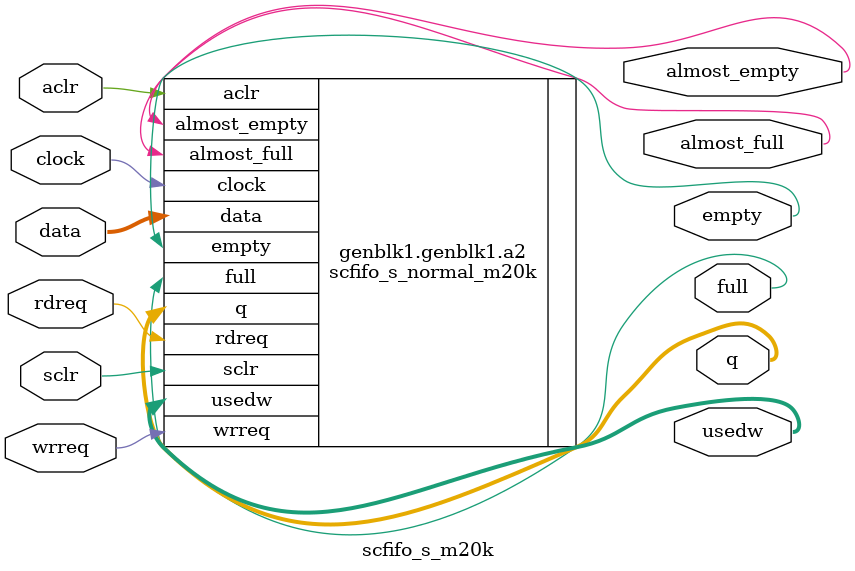
<source format=sv>



module scfifo_s_m20k #(
    parameter LOG_DEPTH      = 9,
    parameter WIDTH          = 20,
    parameter ALMOST_FULL_VALUE = 510,
    parameter ALMOST_EMPTY_VALUE = 2,
    parameter SHOW_AHEAD = 0,
    parameter OUTPUT_REGISTER = 0,
    parameter FAMILY = "S10" // Agilex, S10, or Other
)(
    input clock,
    input aclr,
    input sclr,
    input [WIDTH-1:0] data,
    input wrreq,
    input rdreq,
    output [WIDTH-1:0] q,
    output [LOG_DEPTH-1:0] usedw,
    output empty,
    output full,
    output almost_empty,
    output almost_full    
);

initial begin
    if ((LOG_DEPTH >= 12) || (LOG_DEPTH <= 3))
        $error("Invalid parameter value: LOG_DEPTH = %0d; valid range is 3 < LOG_DEPTH < 12", LOG_DEPTH);

    if (WIDTH <= 0)
        $error("Invalid parameter value: WIDTH = %0d; it must be greater than 0", WIDTH);
        
    if ((ALMOST_FULL_VALUE >= 2 ** LOG_DEPTH) || (ALMOST_FULL_VALUE <= 0))
        $error("Incorrect parameter value: ALMOST_FULL_VALUE = %0d; valid range is 0 < ALMOST_FULL_VALUE < %0d", 
            ALMOST_FULL_VALUE, 2 ** LOG_DEPTH);     

    if ((ALMOST_EMPTY_VALUE >= 2 ** LOG_DEPTH) || (ALMOST_EMPTY_VALUE <= 0))
        $error("Incorrect parameter value: ALMOST_EMPTY_VALUE = %0d; valid range is 0 < ALMOST_EMPTY_VALUE < %0d", 
            ALMOST_EMPTY_VALUE, 2 ** LOG_DEPTH);  

    if ((FAMILY != "Agilex") && (FAMILY != "S10") && (FAMILY != "Other"))
        $error("Incorrect parameter value: FAMILY = %s; must be one of {Agilex, S10, Other}", FAMILY);  
end

generate
if (OUTPUT_REGISTER == 0) begin
    if (SHOW_AHEAD == 1)
        scfifo_s_showahead_m20k #(
            .LOG_DEPTH(LOG_DEPTH),
            .WIDTH(WIDTH),
            .ALMOST_FULL_VALUE(ALMOST_FULL_VALUE),
            .ALMOST_EMPTY_VALUE(ALMOST_EMPTY_VALUE),
            .FAMILY(FAMILY)
        ) a1 (
            .clock(clock),
            .aclr(aclr),
            .sclr(sclr),
            .data(data),
            .wrreq(wrreq),
            .rdreq(rdreq),
            .q(q),
            .usedw(usedw),
            .empty(empty),
            .full(full),
            .almost_empty(almost_empty),
            .almost_full(almost_full)    
        );
    else
        scfifo_s_normal_m20k #(
            .LOG_DEPTH(LOG_DEPTH),
            .WIDTH(WIDTH),
            .ALMOST_FULL_VALUE(ALMOST_FULL_VALUE),
            .ALMOST_EMPTY_VALUE(ALMOST_EMPTY_VALUE),
            .FAMILY(FAMILY)
        ) a2 (
            .clock(clock),
            .aclr(aclr),
            .sclr(sclr),
            .data(data),
            .wrreq(wrreq),
            .rdreq(rdreq),
            .q(q),
            .usedw(usedw),
            .empty(empty),
            .full(full),
            .almost_empty(almost_empty),
            .almost_full(almost_full)    
        );
end else begin
    if (SHOW_AHEAD == 1)
        scfifo_s_showahead_m20k_r #(
            .LOG_DEPTH(LOG_DEPTH),
            .WIDTH(WIDTH),
            .ALMOST_FULL_VALUE(ALMOST_FULL_VALUE),
            .ALMOST_EMPTY_VALUE(ALMOST_EMPTY_VALUE),
            .FAMILY(FAMILY)
        ) a1 (
            .clock(clock),
            .aclr(aclr),
            .sclr(sclr),
            .data(data),
            .wrreq(wrreq),
            .rdreq(rdreq),
            .q(q),
            .usedw(usedw),
            .empty(empty),
            .full(full),
            .almost_empty(almost_empty),
            .almost_full(almost_full)    
        );
    else
        scfifo_s_normal_m20k_r #(
            .LOG_DEPTH(LOG_DEPTH),
            .WIDTH(WIDTH),
            .ALMOST_FULL_VALUE(ALMOST_FULL_VALUE),
            .ALMOST_EMPTY_VALUE(ALMOST_EMPTY_VALUE),
            .FAMILY(FAMILY)
        ) a2 (
            .clock(clock),
            .aclr(aclr),
            .sclr(sclr),
            .data(data),
            .wrreq(wrreq),
            .rdreq(rdreq),
            .q(q),
            .usedw(usedw),
            .empty(empty),
            .full(full),
            .almost_empty(almost_empty),
            .almost_full(almost_full)    
        );
end
endgenerate
endmodule
</source>
